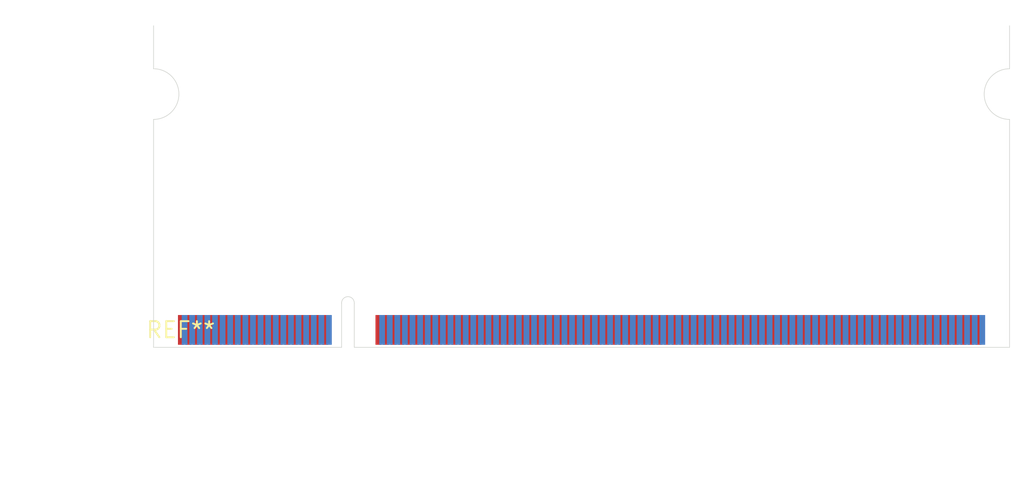
<source format=kicad_pcb>
(kicad_pcb (version 20240108) (generator pcbnew)
  (layers (0 "F.Cu" signal) (31 "B.Cu" signal) (34 "B.Paste" user) (35 "F.Paste" user) (36 "B.SilkS" user "B.Silkscreen") (37 "F.SilkS" user "F.Silkscreen") (38 "B.Mask" user) (39 "F.Mask" user) (44 "Edge.Cuts" user))
  (net 0 "")
  (footprint "SODIMM-200_2.5V_Card_edge" (layer "F.Cu") (at 0 0)
    (property "Reference" "REF**")
    (property "Value" "SODIMM-200_2.5V_Card_edge")
    (fp_line (start -2.15 -20.625) (end -2.15 -24.025) (layer "Edge.Cuts") (stroke (width 0.05)))
    (fp_line (start -2.15 1.375) (end -2.15 -16.625) (layer "Edge.Cuts") (stroke (width 0.05)))
    (fp_line (start 12.7 1.375) (end -2.15 1.375) (layer "Edge.Cuts") (stroke (width 0.05)))
    (fp_line (start 12.7 1.375) (end 12.7 -2.125) (layer "Edge.Cuts") (stroke (width 0.05)))
    (fp_line (start 13.7 -2.125) (end 13.7 1.375) (layer "Edge.Cuts") (stroke (width 0.05)))
    (fp_line (start 13.7 1.375) (end 65.45 1.375) (layer "Edge.Cuts") (stroke (width 0.05)))
    (fp_line (start 65.45 -20.625) (end 65.45 -24.025) (layer "Edge.Cuts") (stroke (width 0.05)))
    (fp_line (start 65.45 1.375) (end 65.45 -16.625) (layer "Edge.Cuts") (stroke (width 0.05)))
    (fp_arc (start -2.15 -20.625) (mid -0.15 -18.625) (end -2.15 -16.625) (layer "Edge.Cuts") (stroke (width 0.05)))
    (fp_arc (start 12.7 -2.125) (mid 13.2 -2.625) (end 13.7 -2.125) (layer "Edge.Cuts") (stroke (width 0.05)))
    (fp_arc (start 65.45 -16.625) (mid 63.45 -18.625) (end 65.45 -20.625) (layer "Edge.Cuts") (stroke (width 0.05)))
    (pad "1" connect rect (at 0 0) (size 0.45 2.35) (layers "F.Cu" "F.Mask"))
    (pad "2" connect rect (at 0.3 0) (size 0.45 2.35) (layers "B.Cu" "B.Mask"))
    (pad "3" connect rect (at 0.6 0) (size 0.45 2.35) (layers "F.Cu" "F.Mask"))
    (pad "4" connect rect (at 0.9 0) (size 0.45 2.35) (layers "B.Cu" "B.Mask"))
    (pad "5" connect rect (at 1.2 0) (size 0.45 2.35) (layers "F.Cu" "F.Mask"))
    (pad "6" connect rect (at 1.5 0) (size 0.45 2.35) (layers "B.Cu" "B.Mask"))
    (pad "7" connect rect (at 1.8 0) (size 0.45 2.35) (layers "F.Cu" "F.Mask"))
    (pad "8" connect rect (at 2.1 0) (size 0.45 2.35) (layers "B.Cu" "B.Mask"))
    (pad "9" connect rect (at 2.4 0) (size 0.45 2.35) (layers "F.Cu" "F.Mask"))
    (pad "10" connect rect (at 2.7 0) (size 0.45 2.35) (layers "B.Cu" "B.Mask"))
    (pad "11" connect rect (at 3 0) (size 0.45 2.35) (layers "F.Cu" "F.Mask"))
    (pad "12" connect rect (at 3.3 0) (size 0.45 2.35) (layers "B.Cu" "B.Mask"))
    (pad "13" connect rect (at 3.6 0) (size 0.45 2.35) (layers "F.Cu" "F.Mask"))
    (pad "14" connect rect (at 3.9 0) (size 0.45 2.35) (layers "B.Cu" "B.Mask"))
    (pad "15" connect rect (at 4.2 0) (size 0.45 2.35) (layers "F.Cu" "F.Mask"))
    (pad "16" connect rect (at 4.5 0) (size 0.45 2.35) (layers "B.Cu" "B.Mask"))
    (pad "17" connect rect (at 4.8 0) (size 0.45 2.35) (layers "F.Cu" "F.Mask"))
    (pad "18" connect rect (at 5.1 0) (size 0.45 2.35) (layers "B.Cu" "B.Mask"))
    (pad "19" connect rect (at 5.4 0) (size 0.45 2.35) (layers "F.Cu" "F.Mask"))
    (pad "20" connect rect (at 5.7 0) (size 0.45 2.35) (layers "B.Cu" "B.Mask"))
    (pad "21" connect rect (at 6 0) (size 0.45 2.35) (layers "F.Cu" "F.Mask"))
    (pad "22" connect rect (at 6.3 0) (size 0.45 2.35) (layers "B.Cu" "B.Mask"))
    (pad "23" connect rect (at 6.6 0) (size 0.45 2.35) (layers "F.Cu" "F.Mask"))
    (pad "24" connect rect (at 6.9 0) (size 0.45 2.35) (layers "B.Cu" "B.Mask"))
    (pad "25" connect rect (at 7.2 0) (size 0.45 2.35) (layers "F.Cu" "F.Mask"))
    (pad "26" connect rect (at 7.5 0) (size 0.45 2.35) (layers "B.Cu" "B.Mask"))
    (pad "27" connect rect (at 7.8 0) (size 0.45 2.35) (layers "F.Cu" "F.Mask"))
    (pad "28" connect rect (at 8.1 0) (size 0.45 2.35) (layers "B.Cu" "B.Mask"))
    (pad "29" connect rect (at 8.4 0) (size 0.45 2.35) (layers "F.Cu" "F.Mask"))
    (pad "30" connect rect (at 8.7 0) (size 0.45 2.35) (layers "B.Cu" "B.Mask"))
    (pad "31" connect rect (at 9 0) (size 0.45 2.35) (layers "F.Cu" "F.Mask"))
    (pad "32" connect rect (at 9.3 0) (size 0.45 2.35) (layers "B.Cu" "B.Mask"))
    (pad "33" connect rect (at 9.6 0) (size 0.45 2.35) (layers "F.Cu" "F.Mask"))
    (pad "34" connect rect (at 9.9 0) (size 0.45 2.35) (layers "B.Cu" "B.Mask"))
    (pad "35" connect rect (at 10.2 0) (size 0.45 2.35) (layers "F.Cu" "F.Mask"))
    (pad "36" connect rect (at 10.5 0) (size 0.45 2.35) (layers "B.Cu" "B.Mask"))
    (pad "37" connect rect (at 10.8 0) (size 0.45 2.35) (layers "F.Cu" "F.Mask"))
    (pad "38" connect rect (at 11.1 0) (size 0.45 2.35) (layers "B.Cu" "B.Mask"))
    (pad "39" connect rect (at 11.4 0) (size 0.45 2.35) (layers "F.Cu" "F.Mask"))
    (pad "40" connect rect (at 11.7 0) (size 0.45 2.35) (layers "B.Cu" "B.Mask"))
    (pad "41" connect rect (at 15.6 0) (size 0.45 2.35) (layers "F.Cu" "F.Mask"))
    (pad "42" connect rect (at 15.9 0) (size 0.45 2.35) (layers "B.Cu" "B.Mask"))
    (pad "43" connect rect (at 16.2 0) (size 0.45 2.35) (layers "F.Cu" "F.Mask"))
    (pad "44" connect rect (at 16.5 0) (size 0.45 2.35) (layers "B.Cu" "B.Mask"))
    (pad "45" connect rect (at 16.8 0) (size 0.45 2.35) (layers "F.Cu" "F.Mask"))
    (pad "46" connect rect (at 17.1 0) (size 0.45 2.35) (layers "B.Cu" "B.Mask"))
    (pad "47" connect rect (at 17.4 0) (size 0.45 2.35) (layers "F.Cu" "F.Mask"))
    (pad "48" connect rect (at 17.7 0) (size 0.45 2.35) (layers "B.Cu" "B.Mask"))
    (pad "49" connect rect (at 18 0) (size 0.45 2.35) (layers "F.Cu" "F.Mask"))
    (pad "50" connect rect (at 18.3 0) (size 0.45 2.35) (layers "B.Cu" "B.Mask"))
    (pad "51" connect rect (at 18.6 0) (size 0.45 2.35) (layers "F.Cu" "F.Mask"))
    (pad "52" connect rect (at 18.9 0) (size 0.45 2.35) (layers "B.Cu" "B.Mask"))
    (pad "53" connect rect (at 19.2 0) (size 0.45 2.35) (layers "F.Cu" "F.Mask"))
    (pad "54" connect rect (at 19.5 0) (size 0.45 2.35) (layers "B.Cu" "B.Mask"))
    (pad "55" connect rect (at 19.8 0) (size 0.45 2.35) (layers "F.Cu" "F.Mask"))
    (pad "56" connect rect (at 20.1 0) (size 0.45 2.35) (layers "B.Cu" "B.Mask"))
    (pad "57" connect rect (at 20.4 0) (size 0.45 2.35) (layers "F.Cu" "F.Mask"))
    (pad "58" connect rect (at 20.7 0) (size 0.45 2.35) (layers "B.Cu" "B.Mask"))
    (pad "59" connect rect (at 21 0) (size 0.45 2.35) (layers "F.Cu" "F.Mask"))
    (pad "60" connect rect (at 21.3 0) (size 0.45 2.35) (layers "B.Cu" "B.Mask"))
    (pad "61" connect rect (at 21.6 0) (size 0.45 2.35) (layers "F.Cu" "F.Mask"))
    (pad "62" connect rect (at 21.9 0) (size 0.45 2.35) (layers "B.Cu" "B.Mask"))
    (pad "63" connect rect (at 22.2 0) (size 0.45 2.35) (layers "F.Cu" "F.Mask"))
    (pad "64" connect rect (at 22.5 0) (size 0.45 2.35) (layers "B.Cu" "B.Mask"))
    (pad "65" connect rect (at 22.8 0) (size 0.45 2.35) (layers "F.Cu" "F.Mask"))
    (pad "66" connect rect (at 23.1 0) (size 0.45 2.35) (layers "B.Cu" "B.Mask"))
    (pad "67" connect rect (at 23.4 0) (size 0.45 2.35) (layers "F.Cu" "F.Mask"))
    (pad "68" connect rect (at 23.7 0) (size 0.45 2.35) (layers "B.Cu" "B.Mask"))
    (pad "69" connect rect (at 24 0) (size 0.45 2.35) (layers "F.Cu" "F.Mask"))
    (pad "70" connect rect (at 24.3 0) (size 0.45 2.35) (layers "B.Cu" "B.Mask"))
    (pad "71" connect rect (at 24.6 0) (size 0.45 2.35) (layers "F.Cu" "F.Mask"))
    (pad "72" connect rect (at 24.9 0) (size 0.45 2.35) (layers "B.Cu" "B.Mask"))
    (pad "73" connect rect (at 25.2 0) (size 0.45 2.35) (layers "F.Cu" "F.Mask"))
    (pad "74" connect rect (at 25.5 0) (size 0.45 2.35) (layers "B.Cu" "B.Mask"))
    (pad "75" connect rect (at 25.8 0) (size 0.45 2.35) (layers "F.Cu" "F.Mask"))
    (pad "76" connect rect (at 26.1 0) (size 0.45 2.35) (layers "B.Cu" "B.Mask"))
    (pad "77" connect rect (at 26.4 0) (size 0.45 2.35) (layers "F.Cu" "F.Mask"))
    (pad "78" connect rect (at 26.7 0) (size 0.45 2.35) (layers "B.Cu" "B.Mask"))
    (pad "79" connect rect (at 27 0) (size 0.45 2.35) (layers "F.Cu" "F.Mask"))
    (pad "80" connect rect (at 27.3 0) (size 0.45 2.35) (layers "B.Cu" "B.Mask"))
    (pad "81" connect rect (at 27.6 0) (size 0.45 2.35) (layers "F.Cu" "F.Mask"))
    (pad "82" connect rect (at 27.9 0) (size 0.45 2.35) (layers "B.Cu" "B.Mask"))
    (pad "83" connect rect (at 28.2 0) (size 0.45 2.35) (layers "F.Cu" "F.Mask"))
    (pad "84" connect rect (at 28.5 0) (size 0.45 2.35) (layers "B.Cu" "B.Mask"))
    (pad "85" connect rect (at 28.8 0) (size 0.45 2.35) (layers "F.Cu" "F.Mask"))
    (pad "86" connect rect (at 29.1 0) (size 0.45 2.35) (layers "B.Cu" "B.Mask"))
    (pad "87" connect rect (at 29.4 0) (size 0.45 2.35) (layers "F.Cu" "F.Mask"))
    (pad "88" connect rect (at 29.7 0) (size 0.45 2.35) (layers "B.Cu" "B.Mask"))
    (pad "89" connect rect (at 30 0) (size 0.45 2.35) (layers "F.Cu" "F.Mask"))
    (pad "90" connect rect (at 30.3 0) (size 0.45 2.35) (layers "B.Cu" "B.Mask"))
    (pad "91" connect rect (at 30.6 0) (size 0.45 2.35) (layers "F.Cu" "F.Mask"))
    (pad "92" connect rect (at 30.9 0) (size 0.45 2.35) (layers "B.Cu" "B.Mask"))
    (pad "93" connect rect (at 31.2 0) (size 0.45 2.35) (layers "F.Cu" "F.Mask"))
    (pad "94" connect rect (at 31.5 0) (size 0.45 2.35) (layers "B.Cu" "B.Mask"))
    (pad "95" connect rect (at 31.8 0) (size 0.45 2.35) (layers "F.Cu" "F.Mask"))
    (pad "96" connect rect (at 32.1 0) (size 0.45 2.35) (layers "B.Cu" "B.Mask"))
    (pad "97" connect rect (at 32.4 0) (size 0.45 2.35) (layers "F.Cu" "F.Mask"))
    (pad "98" connect rect (at 32.7 0) (size 0.45 2.35) (layers "B.Cu" "B.Mask"))
    (pad "99" connect rect (at 33 0) (size 0.45 2.35) (layers "F.Cu" "F.Mask"))
    (pad "100" connect rect (at 33.3 0) (size 0.45 2.35) (layers "B.Cu" "B.Mask"))
    (pad "101" connect rect (at 33.6 0) (size 0.45 2.35) (layers "F.Cu" "F.Mask"))
    (pad "102" connect rect (at 33.9 0) (size 0.45 2.35) (layers "B.Cu" "B.Mask"))
    (pad "103" connect rect (at 34.2 0) (size 0.45 2.35) (layers "F.Cu" "F.Mask"))
    (pad "104" connect rect (at 34.5 0) (size 0.45 2.35) (layers "B.Cu" "B.Mask"))
    (pad "105" connect rect (at 34.8 0) (size 0.45 2.35) (layers "F.Cu" "F.Mask"))
    (pad "106" connect rect (at 35.1 0) (size 0.45 2.35) (layers "B.Cu" "B.Mask"))
    (pad "107" connect rect (at 35.4 0) (size 0.45 2.35) (layers "F.Cu" "F.Mask"))
    (pad "108" connect rect (at 35.7 0) (size 0.45 2.35) (layers "B.Cu" "B.Mask"))
    (pad "109" connect rect (at 36 0) (size 0.45 2.35) (layers "F.Cu" "F.Mask"))
    (pad "110" connect rect (at 36.3 0) (size 0.45 2.35) (layers "B.Cu" "B.Mask"))
    (pad "111" connect rect (at 36.6 0) (size 0.45 2.35) (layers "F.Cu" "F.Mask"))
    (pad "112" connect rect (at 36.9 0) (size 0.45 2.35) (layers "B.Cu" "B.Mask"))
    (pad "113" connect rect (at 37.2 0) (size 0.45 2.35) (layers "F.Cu" "F.Mask"))
    (pad "114" connect rect (at 37.5 0) (size 0.45 2.35) (layers "B.Cu" "B.Mask"))
    (pad "115" connect rect (at 37.8 0) (size 0.45 2.35) (layers "F.Cu" "F.Mask"))
    (pad "116" connect rect (at 38.1 0) (size 0.45 2.35) (layers "B.Cu" "B.Mask"))
    (pad "117" connect rect (at 38.4 0) (size 0.45 2.35) (layers "F.Cu" "F.Mask"))
    (pad "118" connect rect (at 38.7 0) (size 0.45 2.35) (layers "B.Cu" "B.Mask"))
    (pad "119" connect rect (at 39 0) (size 0.45 2.35) (layers "F.Cu" "F.Mask"))
    (pad "120" connect rect (at 39.3 0) (size 0.45 2.35) (layers "B.Cu" "B.Mask"))
    (pad "121" connect rect (at 39.6 0) (size 0.45 2.35) (layers "F.Cu" "F.Mask"))
    (pad "122" connect rect (at 39.9 0) (size 0.45 2.35) (layers "B.Cu" "B.Mask"))
    (pad "123" connect rect (at 40.2 0) (size 0.45 2.35) (layers "F.Cu" "F.Mask"))
    (pad "124" connect rect (at 40.5 0) (size 0.45 2.35) (layers "B.Cu" "B.Mask"))
    (pad "125" connect rect (at 40.8 0) (size 0.45 2.35) (layers "F.Cu" "F.Mask"))
    (pad "126" connect rect (at 41.1 0) (size 0.45 2.35) (layers "B.Cu" "B.Mask"))
    (pad "127" connect rect (at 41.4 0) (size 0.45 2.35) (layers "F.Cu" "F.Mask"))
    (pad "128" connect rect (at 41.7 0) (size 0.45 2.35) (layers "B.Cu" "B.Mask"))
    (pad "129" connect rect (at 42 0) (size 0.45 2.35) (layers "F.Cu" "F.Mask"))
    (pad "130" connect rect (at 42.3 0) (size 0.45 2.35) (layers "B.Cu" "B.Mask"))
    (pad "131" connect rect (at 42.6 0) (size 0.45 2.35) (layers "F.Cu" "F.Mask"))
    (pad "132" connect rect (at 42.9 0) (size 0.45 2.35) (layers "B.Cu" "B.Mask"))
    (pad "133" connect rect (at 43.2 0) (size 0.45 2.35) (layers "F.Cu" "F.Mask"))
    (pad "134" connect rect (at 43.5 0) (size 0.45 2.35) (layers "B.Cu" "B.Mask"))
    (pad "135" connect rect (at 43.8 0) (size 0.45 2.35) (layers "F.Cu" "F.Mask"))
    (pad "136" connect rect (at 44.1 0) (size 0.45 2.35) (layers "B.Cu" "B.Mask"))
    (pad "137" connect rect (at 44.4 0) (size 0.45 2.35) (layers "F.Cu" "F.Mask"))
    (pad "138" connect rect (at 44.7 0) (size 0.45 2.35) (layers "B.Cu" "B.Mask"))
    (pad "139" connect rect (at 45 0) (size 0.45 2.35) (layers "F.Cu" "F.Mask"))
    (pad "140" connect rect (at 45.3 0) (size 0.45 2.35) (layers "B.Cu" "B.Mask"))
    (pad "141" connect rect (at 45.6 0) (size 0.45 2.35) (layers "F.Cu" "F.Mask"))
    (pad "142" connect rect (at 45.9 0) (size 0.45 2.35) (layers "B.Cu" "B.Mask"))
    (pad "143" connect rect (at 46.2 0) (size 0.45 2.35) (layers "F.Cu" "F.Mask"))
    (pad "144" connect rect (at 46.5 0) (size 0.45 2.35) (layers "B.Cu" "B.Mask"))
    (pad "145" connect rect (at 46.8 0) (size 0.45 2.35) (layers "F.Cu" "F.Mask"))
    (pad "146" connect rect (at 47.1 0) (size 0.45 2.35) (layers "B.Cu" "B.Mask"))
    (pad "147" connect rect (at 47.4 0) (size 0.45 2.35) (layers "F.Cu" "F.Mask"))
    (pad "148" connect rect (at 47.7 0) (size 0.45 2.35) (layers "B.Cu" "B.Mask"))
    (pad "149" connect rect (at 48 0) (size 0.45 2.35) (layers "F.Cu" "F.Mask"))
    (pad "150" connect rect (at 48.3 0) (size 0.45 2.35) (layers "B.Cu" "B.Mask"))
    (pad "151" connect rect (at 48.6 0) (size 0.45 2.35) (layers "F.Cu" "F.Mask"))
    (pad "152" connect rect (at 48.9 0) (size 0.45 2.35) (layers "B.Cu" "B.Mask"))
    (pad "153" connect rect (at 49.2 0) (size 0.45 2.35) (layers "F.Cu" "F.Mask"))
    (pad "154" connect rect (at 49.5 0) (size 0.45 2.35) (layers "B.Cu" "B.Mask"))
    (pad "155" connect rect (at 49.8 0) (size 0.45 2.35) (layers "F.Cu" "F.Mask"))
    (pad "156" connect rect (at 50.1 0) (size 0.45 2.35) (layers "B.Cu" "B.Mask"))
    (pad "157" connect rect (at 50.4 0) (size 0.45 2.35) (layers "F.Cu" "F.Mask"))
    (pad "158" connect rect (at 50.7 0) (size 0.45 2.35) (layers "B.Cu" "B.Mask"))
    (pad "159" connect rect (at 51 0) (size 0.45 2.35) (layers "F.Cu" "F.Mask"))
    (pad "160" connect rect (at 51.3 0) (size 0.45 2.35) (layers "B.Cu" "B.Mask"))
    (pad "161" connect rect (at 51.6 0) (size 0.45 2.35) (layers "F.Cu" "F.Mask"))
    (pad "162" connect rect (at 51.9 0) (size 0.45 2.35) (layers "B.Cu" "B.Mask"))
    (pad "163" connect rect (at 52.2 0) (size 0.45 2.35) (layers "F.Cu" "F.Mask"))
    (pad "164" connect rect (at 52.5 0) (size 0.45 2.35) (layers "B.Cu" "B.Mask"))
    (pad "165" connect rect (at 52.8 0) (size 0.45 2.35) (layers "F.Cu" "F.Mask"))
    (pad "166" connect rect (at 53.1 0) (size 0.45 2.35) (layers "B.Cu" "B.Mask"))
    (pad "167" connect rect (at 53.4 0) (size 0.45 2.35) (layers "F.Cu" "F.Mask"))
    (pad "168" connect rect (at 53.7 0) (size 0.45 2.35) (layers "B.Cu" "B.Mask"))
    (pad "169" connect rect (at 54 0) (size 0.45 2.35) (layers "F.Cu" "F.Mask"))
    (pad "170" connect rect (at 54.3 0) (size 0.45 2.35) (layers "B.Cu" "B.Mask"))
    (pad "171" connect rect (at 54.6 0) (size 0.45 2.35) (layers "F.Cu" "F.Mask"))
    (pad "172" connect rect (at 54.9 0) (size 0.45 2.35) (layers "B.Cu" "B.Mask"))
    (pad "173" connect rect (at 55.2 0) (size 0.45 2.35) (layers "F.Cu" "F.Mask"))
    (pad "174" connect rect (at 55.5 0) (size 0.45 2.35) (layers "B.Cu" "B.Mask"))
    (pad "175" connect rect (at 55.8 0) (size 0.45 2.35) (layers "F.Cu" "F.Mask"))
    (pad "176" connect rect (at 56.1 0) (size 0.45 2.35) (layers "B.Cu" "B.Mask"))
    (pad "177" connect rect (at 56.4 0) (size 0.45 2.35) (layers "F.Cu" "F.Mask"))
    (pad "178" connect rect (at 56.7 0) (size 0.45 2.35) (layers "B.Cu" "B.Mask"))
    (pad "179" connect rect (at 57 0) (size 0.45 2.35) (layers "F.Cu" "F.Mask"))
    (pad "180" connect rect (at 57.3 0) (size 0.45 2.35) (layers "B.Cu" "B.Mask"))
    (pad "181" connect rect (at 57.6 0) (size 0.45 2.35) (layers "F.Cu" "F.Mask"))
    (pad "182" connect rect (at 57.9 0) (size 0.45 2.35) (layers "B.Cu" "B.Mask"))
    (pad "183" connect rect (at 58.2 0) (size 0.45 2.35) (layers "F.Cu" "F.Mask"))
    (pad "184" connect rect (at 58.5 0) (size 0.45 2.35) (layers "B.Cu" "B.Mask"))
    (pad "185" connect rect (at 58.8 0) (size 0.45 2.35) (layers "F.Cu" "F.Mask"))
    (pad "186" connect rect (at 59.1 0) (size 0.45 2.35) (layers "B.Cu" "B.Mask"))
    (pad "187" connect rect (at 59.4 0) (size 0.45 2.35) (layers "F.Cu" "F.Mask"))
    (pad "188" connect rect (at 59.7 0) (size 0.45 2.35) (layers "B.Cu" "B.Mask"))
    (pad "189" connect rect (at 60 0) (size 0.45 2.35) (layers "F.Cu" "F.Mask"))
    (pad "190" connect rect (at 60.3 0) (size 0.45 2.35) (layers "B.Cu" "B.Mask"))
    (pad "191" connect rect (at 60.6 0) (size 0.45 2.35) (layers "F.Cu" "F.Mask"))
    (pad "192" connect rect (at 60.9 0) (size 0.45 2.35) (layers "B.Cu" "B.Mask"))
    (pad "193" connect rect (at 61.2 0) (size 0.45 2.35) (layers "F.Cu" "F.Mask"))
    (pad "194" connect rect (at 61.5 0) (size 0.45 2.35) (layers "B.Cu" "B.Mask"))
    (pad "195" connect rect (at 61.8 0) (size 0.45 2.35) (layers "F.Cu" "F.Mask"))
    (pad "196" connect rect (at 62.1 0) (size 0.45 2.35) (layers "B.Cu" "B.Mask"))
    (pad "197" connect rect (at 62.4 0) (size 0.45 2.35) (layers "F.Cu" "F.Mask"))
    (pad "198" connect rect (at 62.7 0) (size 0.45 2.35) (layers "B.Cu" "B.Mask"))
    (pad "199" connect rect (at 63 0) (size 0.45 2.35) (layers "F.Cu" "F.Mask"))
    (pad "200" connect rect (at 63.3 0) (size 0.45 2.35) (layers "B.Cu" "B.Mask"))
  )
)
</source>
